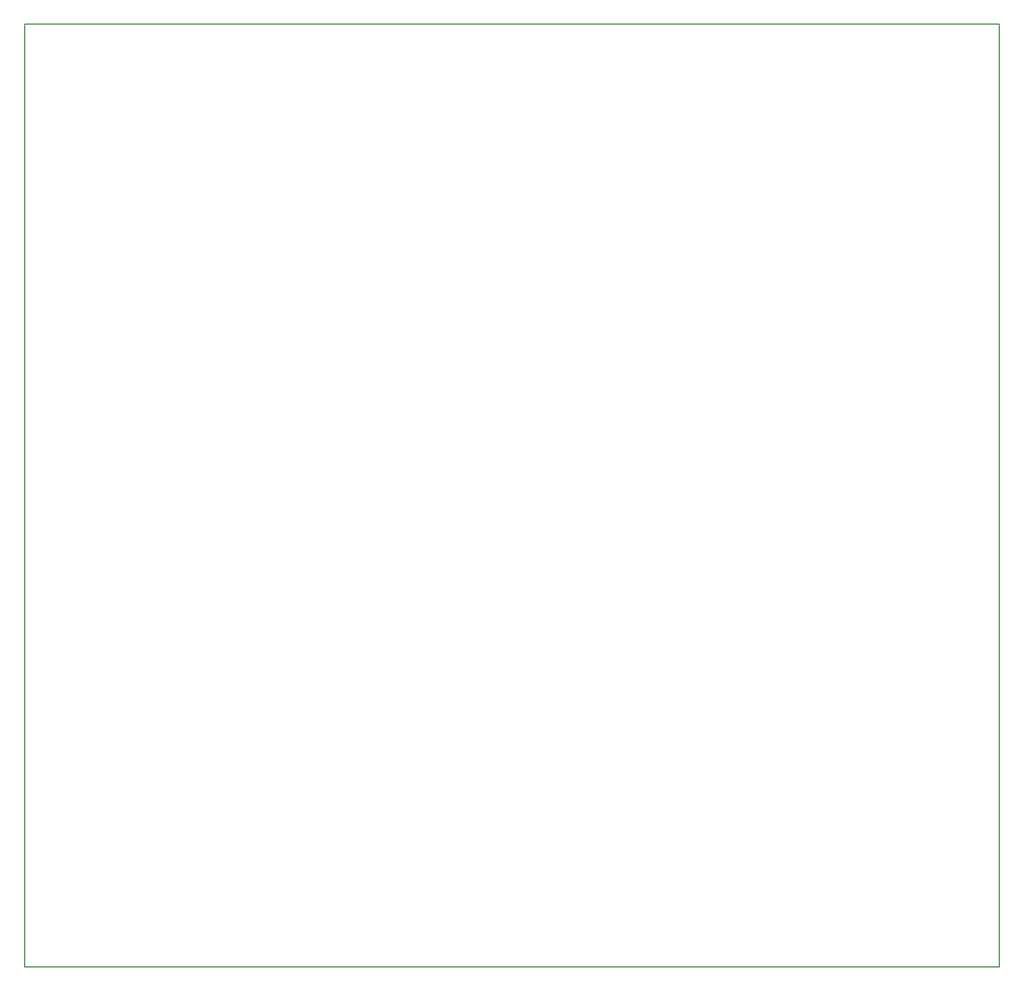
<source format=gbr>
G04 DesignSpark PCB Gerber Version 10.0 Build 5299*
G04 #@! TF.Part,Single*
%FSLAX35Y35*%
%MOIN*%
%ADD10C,0.00500*%
G04 #@! TD.AperFunction*
X0Y0D02*
D02*
D10*
X250Y250D02*
X552750D01*
Y535250D01*
X250D01*
Y250D01*
X0Y0D02*
M02*

</source>
